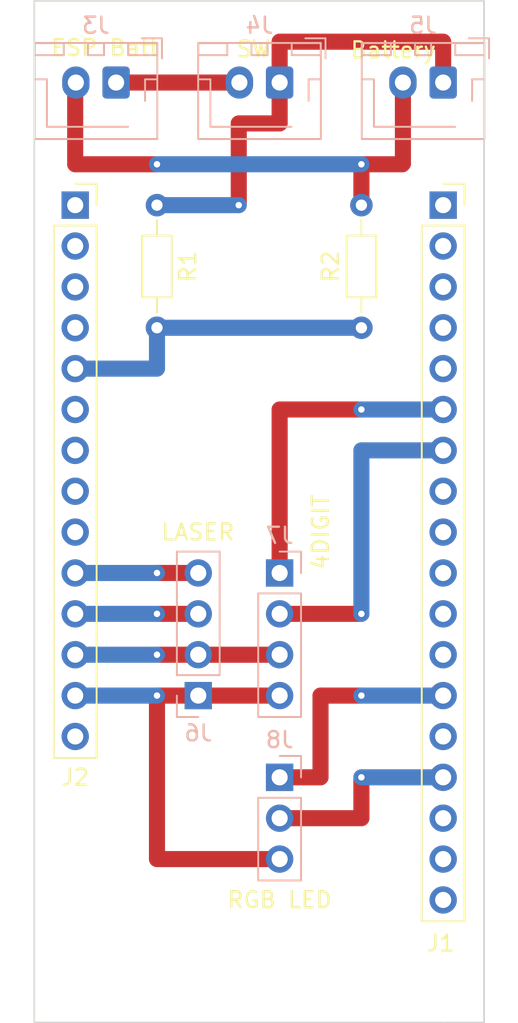
<source format=kicad_pcb>
(kicad_pcb (version 20211014) (generator pcbnew)
  (layers (0 "F.Cu" signal) (31 "B.Cu" mixed) (35 "F.Paste" user) (37 "F.SilkS" user "F.Silkscreen") (39 "F.Mask" user) (44 "Edge.Cuts" user))
  (net 0 "")
  (net 13 "Net-(J4-Pad1)")
  (net 14 "GND")
  (net 15 "Net-(J3-Pad1)")
  (net 18 "Net-(J2-Pad11)")
  (net 19 "Net-(J2-Pad12)")
  (net 20 "Net-(J2-Pad13)")
  (net 23 "Net-(J2-Pad10)")
  (net 24 "Net-(J1-Pad7)")
  (net 28 "Net-(J1-Pad6)")
  (net 30 "Net-(J1-Pad15)")
  (net 33 "Net-(J1-Pad13)")
  (net 34 "Net-(R1-Pad2)")
  (footprint "Resistor_THT:R_Axial_DIN0204_L3.6mm_D1.6mm_P7.62mm_Horizontal" (layer "F.Cu") (at 116.84 60.96 -90)
    (fp_text reference "R1" (at 3.81 -1.92 90) (layer "F.SilkS"))
    (fp_text value "22k")
    (fp_line (start 5.73 -0.92) (end 1.89 -0.92) (layer "F.SilkS") (width 0.12))
    (fp_line (start 6.68 0) (end 5.73 0) (layer "F.SilkS") (width 0.12))
    (fp_line (start 1.89 0.92) (end 5.73 0.92) (layer "F.SilkS") (width 0.12))
    (fp_line (start 1.89 -0.92) (end 1.89 0.92) (layer "F.SilkS") (width 0.12))
    (fp_line (start 5.73 0.92) (end 5.73 -0.92) (layer "F.SilkS") (width 0.12))
    (fp_line (start 0.94 0) (end 1.89 0) (layer "F.SilkS") (width 0.12))
    (pad "1" thru_hole circle (at 0 0 270) (size 1.4 1.4) (drill 0.7) (layers *.Cu *.Mask) (net 13 "Net-(J4-Pad1)"))
    (pad "2" thru_hole oval (at 7.62 0 270) (size 1.4 1.4) (drill 0.7) (layers *.Cu *.Mask) (net 34 "Net-(R1-Pad2)"))
  )
  (footprint "Connector_PinSocket_2.54mm:PinSocket_1x18_P2.54mm_Vertical" (layer "F.Cu") (at 134.62 60.96)
    (fp_text reference "J1" (at -0.150109 45.870148) (layer "F.SilkS"))
    (fp_text value "Conn_01x18")
    (fp_line (start -1.33 44.51) (end 1.33 44.51) (layer "F.SilkS") (width 0.12))
    (fp_line (start -1.33 1.27) (end -1.33 44.51) (layer "F.SilkS") (width 0.12))
    (fp_line (start 1.33 -1.33) (end 1.33 0) (layer "F.SilkS") (width 0.12))
    (fp_line (start 0 -1.33) (end 1.33 -1.33) (layer "F.SilkS") (width 0.12))
    (fp_line (start -1.33 1.27) (end 1.33 1.27) (layer "F.SilkS") (width 0.12))
    (fp_line (start 1.33 1.27) (end 1.33 44.51) (layer "F.SilkS") (width 0.12))
    (pad "1" thru_hole rect (at 0 0) (size 1.7 1.7) (drill 1) (layers *.Cu *.Mask))
    (pad "2" thru_hole oval (at 0 2.54) (size 1.7 1.7) (drill 1) (layers *.Cu *.Mask))
    (pad "3" thru_hole oval (at 0 5.08) (size 1.7 1.7) (drill 1) (layers *.Cu *.Mask))
    (pad "4" thru_hole oval (at 0 7.62) (size 1.7 1.7) (drill 1) (layers *.Cu *.Mask))
    (pad "5" thru_hole oval (at 0 10.16) (size 1.7 1.7) (drill 1) (layers *.Cu *.Mask))
    (pad "6" thru_hole oval (at 0 12.7) (size 1.7 1.7) (drill 1) (layers *.Cu *.Mask) (net 28 "Net-(J1-Pad6)"))
    (pad "7" thru_hole oval (at 0 15.24) (size 1.7 1.7) (drill 1) (layers *.Cu *.Mask) (net 24 "Net-(J1-Pad7)"))
    (pad "8" thru_hole oval (at 0 17.78) (size 1.7 1.7) (drill 1) (layers *.Cu *.Mask))
    (pad "9" thru_hole oval (at 0 20.32) (size 1.7 1.7) (drill 1) (layers *.Cu *.Mask))
    (pad "10" thru_hole oval (at 0 22.86) (size 1.7 1.7) (drill 1) (layers *.Cu *.Mask))
    (pad "11" thru_hole oval (at 0 25.4) (size 1.7 1.7) (drill 1) (layers *.Cu *.Mask))
    (pad "12" thru_hole oval (at 0 27.94) (size 1.7 1.7) (drill 1) (layers *.Cu *.Mask))
    (pad "13" thru_hole oval (at 0 30.48) (size 1.7 1.7) (drill 1) (layers *.Cu *.Mask) (net 33 "Net-(J1-Pad13)"))
    (pad "14" thru_hole oval (at 0 33.02) (size 1.7 1.7) (drill 1) (layers *.Cu *.Mask))
    (pad "15" thru_hole oval (at 0 35.56) (size 1.7 1.7) (drill 1) (layers *.Cu *.Mask) (net 30 "Net-(J1-Pad15)"))
    (pad "16" thru_hole oval (at 0 38.1) (size 1.7 1.7) (drill 1) (layers *.Cu *.Mask))
    (pad "17" thru_hole oval (at 0 40.64) (size 1.7 1.7) (drill 1) (layers *.Cu *.Mask))
    (pad "18" thru_hole oval (at 0 43.18) (size 1.7 1.7) (drill 1) (layers *.Cu *.Mask))
  )
  (footprint "Connector_PinSocket_2.54mm:PinSocket_1x14_P2.54mm_Vertical" (layer "F.Cu") (at 111.76 60.96)
    (fp_text reference "J2" (at 0 35.56) (layer "F.SilkS"))
    (fp_text value "Conn_01x14")
    (fp_line (start 0 -1.33) (end 1.33 -1.33) (layer "F.SilkS") (width 0.12))
    (fp_line (start -1.33 34.35) (end 1.33 34.35) (layer "F.SilkS") (width 0.12))
    (fp_line (start -1.33 1.27) (end -1.33 34.35) (layer "F.SilkS") (width 0.12))
    (fp_line (start 1.33 -1.33) (end 1.33 0) (layer "F.SilkS") (width 0.12))
    (fp_line (start 1.33 1.27) (end 1.33 34.35) (layer "F.SilkS") (width 0.12))
    (fp_line (start -1.33 1.27) (end 1.33 1.27) (layer "F.SilkS") (width 0.12))
    (pad "1" thru_hole rect (at 0 0) (size 1.7 1.7) (drill 1) (layers *.Cu *.Mask))
    (pad "2" thru_hole oval (at 0 2.54) (size 1.7 1.7) (drill 1) (layers *.Cu *.Mask))
    (pad "3" thru_hole oval (at 0 5.08) (size 1.7 1.7) (drill 1) (layers *.Cu *.Mask))
    (pad "4" thru_hole oval (at 0 7.62) (size 1.7 1.7) (drill 1) (layers *.Cu *.Mask))
    (pad "5" thru_hole oval (at 0 10.16) (size 1.7 1.7) (drill 1) (layers *.Cu *.Mask) (net 34 "Net-(R1-Pad2)"))
    (pad "6" thru_hole oval (at 0 12.7) (size 1.7 1.7) (drill 1) (layers *.Cu *.Mask))
    (pad "7" thru_hole oval (at 0 15.24) (size 1.7 1.7) (drill 1) (layers *.Cu *.Mask))
    (pad "8" thru_hole oval (at 0 17.78) (size 1.7 1.7) (drill 1) (layers *.Cu *.Mask))
    (pad "9" thru_hole oval (at 0 20.32) (size 1.7 1.7) (drill 1) (layers *.Cu *.Mask))
    (pad "10" thru_hole oval (at 0 22.86) (size 1.7 1.7) (drill 1) (layers *.Cu *.Mask) (net 23 "Net-(J2-Pad10)"))
    (pad "11" thru_hole oval (at 0 25.4) (size 1.7 1.7) (drill 1) (layers *.Cu *.Mask) (net 18 "Net-(J2-Pad11)"))
    (pad "12" thru_hole oval (at 0 27.94) (size 1.7 1.7) (drill 1) (layers *.Cu *.Mask) (net 19 "Net-(J2-Pad12)"))
    (pad "13" thru_hole oval (at 0 30.48) (size 1.7 1.7) (drill 1) (layers *.Cu *.Mask) (net 20 "Net-(J2-Pad13)"))
    (pad "14" thru_hole oval (at 0 33.02) (size 1.7 1.7) (drill 1) (layers *.Cu *.Mask))
  )
  (footprint "Resistor_THT:R_Axial_DIN0204_L3.6mm_D1.6mm_P7.62mm_Horizontal" (layer "F.Cu") (at 129.54 68.58 90)
    (fp_text reference "R2" (at 3.81 -1.92 90) (layer "F.SilkS"))
    (fp_text value "22k")
    (fp_line (start 5.73 -0.92) (end 1.89 -0.92) (layer "F.SilkS") (width 0.12))
    (fp_line (start 1.89 -0.92) (end 1.89 0.92) (layer "F.SilkS") (width 0.12))
    (fp_line (start 0.94 0) (end 1.89 0) (layer "F.SilkS") (width 0.12))
    (fp_line (start 5.73 0.92) (end 5.73 -0.92) (layer "F.SilkS") (width 0.12))
    (fp_line (start 1.89 0.92) (end 5.73 0.92) (layer "F.SilkS") (width 0.12))
    (fp_line (start 6.68 0) (end 5.73 0) (layer "F.SilkS") (width 0.12))
    (pad "1" thru_hole circle (at 0 0 90) (size 1.4 1.4) (drill 0.7) (layers *.Cu *.Mask) (net 34 "Net-(R1-Pad2)"))
    (pad "2" thru_hole oval (at 7.62 0 90) (size 1.4 1.4) (drill 0.7) (layers *.Cu *.Mask) (net 14 "GND"))
  )
  (footprint "Connector_PinHeader_2.54mm:PinHeader_1x04_P2.54mm_Vertical" (layer "B.Cu") (at 124.46 83.82 180)
    (fp_text reference "J7" (at 0 2.33) (layer "B.SilkS") (effects (justify mirror)))
    (fp_text value "Conn_01x04")
    (fp_line (start -1.33 0) (end -1.33 1.33) (layer "B.SilkS") (width 0.12))
    (fp_line (start -1.33 -8.95) (end 1.33 -8.95) (layer "B.SilkS") (width 0.12))
    (fp_line (start 1.33 -1.27) (end 1.33 -8.95) (layer "B.SilkS") (width 0.12))
    (fp_line (start -1.33 1.33) (end 0 1.33) (layer "B.SilkS") (width 0.12))
    (fp_line (start -1.33 -1.27) (end 1.33 -1.27) (layer "B.SilkS") (width 0.12))
    (fp_line (start -1.33 -1.27) (end -1.33 -8.95) (layer "B.SilkS") (width 0.12))
    (pad "1" thru_hole rect (at 0 0 180) (size 1.7 1.7) (drill 1) (layers *.Cu *.Mask) (net 28 "Net-(J1-Pad6)"))
    (pad "2" thru_hole oval (at 0 -2.54 180) (size 1.7 1.7) (drill 1) (layers *.Cu *.Mask) (net 24 "Net-(J1-Pad7)"))
    (pad "3" thru_hole oval (at 0 -5.08 180) (size 1.7 1.7) (drill 1) (layers *.Cu *.Mask) (net 19 "Net-(J2-Pad12)"))
    (pad "4" thru_hole oval (at 0 -7.62 180) (size 1.7 1.7) (drill 1) (layers *.Cu *.Mask) (net 20 "Net-(J2-Pad13)"))
  )
  (footprint "Connector_JST:JST_XH_B2B-XH-AM_1x02_P2.50mm_Vertical" (layer "B.Cu") (at 114.3 53.34 180)
    (fp_text reference "J3" (at 1.25 3.55) (layer "B.SilkS") (effects (justify mirror)))
    (fp_text value "Conn_01x02")
    (fp_line (start 3.25 1.7) (end 5.05 1.7) (layer "B.SilkS") (width 0.12))
    (fp_line (start 3.25 2.45) (end 3.25 1.7) (layer "B.SilkS") (width 0.12))
    (fp_line (start 0.75 2.45) (end 0.75 1.7) (layer "B.SilkS") (width 0.12))
    (fp_line (start -0.75 1.7) (end -0.75 2.45) (layer "B.SilkS") (width 0.12))
    (fp_line (start -1.6 2.75) (end -2.85 2.75) (layer "B.SilkS") (width 0.12))
    (fp_line (start 1.75 1.7) (end 1.75 2.45) (layer "B.SilkS") (width 0.12))
    (fp_line (start 5.06 -3.51) (end 5.06 2.46) (layer "B.SilkS") (width 0.12))
    (fp_line (start 5.06 2.46) (end -2.56 2.46) (layer "B.SilkS") (width 0.12))
    (fp_line (start -2.85 2.75) (end -2.85 1.5) (layer "B.SilkS") (width 0.12))
    (fp_line (start 5.05 0.2) (end 4.3 0.2) (layer "B.SilkS") (width 0.12))
    (fp_line (start -2.55 0.2) (end -1.8 0.2) (layer "B.SilkS") (width 0.12))
    (fp_line (start -0.75 2.45) (end -2.55 2.45) (layer "B.SilkS") (width 0.12))
    (fp_line (start 4.3 0.2) (end 4.3 -2.75) (layer "B.SilkS") (width 0.12))
    (fp_line (start 1.75 2.45) (end 0.75 2.45) (layer "B.SilkS") (width 0.12))
    (fp_line (start -2.56 2.46) (end -2.56 -3.51) (layer "B.SilkS") (width 0.12))
    (fp_line (start -2.55 2.45) (end -2.55 1.7) (layer "B.SilkS") (width 0.12))
    (fp_line (start -1.8 0.2) (end -1.8 -1.14) (layer "B.SilkS") (width 0.12))
    (fp_line (start -2.56 -3.51) (end 5.06 -3.51) (layer "B.SilkS") (width 0.12))
    (fp_line (start 4.3 -2.75) (end 1.25 -2.75) (layer "B.SilkS") (width 0.12))
    (fp_line (start 1.25 -2.75) (end -0.74 -2.75) (layer "B.SilkS") (width 0.12))
    (fp_line (start -2.55 1.7) (end -0.75 1.7) (layer "B.SilkS") (width 0.12))
    (fp_line (start 0.75 1.7) (end 1.75 1.7) (layer "B.SilkS") (width 0.12))
    (fp_line (start 5.05 2.45) (end 3.25 2.45) (layer "B.SilkS") (width 0.12))
    (fp_line (start 5.05 1.7) (end 5.05 2.45) (layer "B.SilkS") (width 0.12))
    (pad "" np_thru_hole circle (at -1.6 -2 180) (size 1.2 1.2) (drill 1.2) (layers *.Cu *.Mask))
    (pad "1" thru_hole roundrect (at 0 0 180) (size 1.7 2) (drill 1) (layers *.Cu *.Mask) (roundrect_rratio 0.147059) (net 15 "Net-(J3-Pad1)"))
    (pad "2" thru_hole oval (at 2.5 0 180) (size 1.7 2) (drill 1) (layers *.Cu *.Mask) (net 14 "GND"))
  )
  (footprint "Connector_PinHeader_2.54mm:PinHeader_1x04_P2.54mm_Vertical" (layer "B.Cu") (at 119.405 91.44)
    (fp_text reference "J6" (at 0 2.33 180) (layer "B.SilkS") (effects (justify mirror)))
    (fp_text value "Conn_01x04")
    (fp_line (start 1.33 -1.27) (end 1.33 -8.95) (layer "B.SilkS") (width 0.12))
    (fp_line (start -1.33 0) (end -1.33 1.33) (layer "B.SilkS") (width 0.12))
    (fp_line (start -1.33 -1.27) (end -1.33 -8.95) (layer "B.SilkS") (width 0.12))
    (fp_line (start -1.33 1.33) (end 0 1.33) (layer "B.SilkS") (width 0.12))
    (fp_line (start -1.33 -8.95) (end 1.33 -8.95) (layer "B.SilkS") (width 0.12))
    (fp_line (start -1.33 -1.27) (end 1.33 -1.27) (layer "B.SilkS") (width 0.12))
    (pad "1" thru_hole rect (at 0 0) (size 1.7 1.7) (drill 1) (layers *.Cu *.Mask) (net 20 "Net-(J2-Pad13)"))
    (pad "2" thru_hole oval (at 0 -2.54) (size 1.7 1.7) (drill 1) (layers *.Cu *.Mask) (net 19 "Net-(J2-Pad12)"))
    (pad "3" thru_hole oval (at 0 -5.08) (size 1.7 1.7) (drill 1) (layers *.Cu *.Mask) (net 18 "Net-(J2-Pad11)"))
    (pad "4" thru_hole oval (at 0 -7.62) (size 1.7 1.7) (drill 1) (layers *.Cu *.Mask) (net 23 "Net-(J2-Pad10)"))
  )
  (footprint "Connector_JST:JST_XH_B2B-XH-AM_1x02_P2.50mm_Vertical" (layer "B.Cu") (at 134.62 53.34 180)
    (fp_text reference "J5" (at 1.25 3.55) (layer "B.SilkS") (effects (justify mirror)))
    (fp_text value "Conn_01x02")
    (fp_line (start 5.06 -3.51) (end 5.06 2.46) (layer "B.SilkS") (width 0.12))
    (fp_line (start -2.85 2.75) (end -2.85 1.5) (layer "B.SilkS") (width 0.12))
    (fp_line (start -0.75 1.7) (end -0.75 2.45) (layer "B.SilkS") (width 0.12))
    (fp_line (start 4.3 0.2) (end 4.3 -2.75) (layer "B.SilkS") (width 0.12))
    (fp_line (start 1.25 -2.75) (end -0.74 -2.75) (layer "B.SilkS") (width 0.12))
    (fp_line (start -2.55 1.7) (end -0.75 1.7) (layer "B.SilkS") (width 0.12))
    (fp_line (start 3.25 2.45) (end 3.25 1.7) (layer "B.SilkS") (width 0.12))
    (fp_line (start 5.06 2.46) (end -2.56 2.46) (layer "B.SilkS") (width 0.12))
    (fp_line (start -2.55 2.45) (end -2.55 1.7) (layer "B.SilkS") (width 0.12))
    (fp_line (start 5.05 0.2) (end 4.3 0.2) (layer "B.SilkS") (width 0.12))
    (fp_line (start 0.75 1.7) (end 1.75 1.7) (layer "B.SilkS") (width 0.12))
    (fp_line (start -0.75 2.45) (end -2.55 2.45) (layer "B.SilkS") (width 0.12))
    (fp_line (start 1.75 1.7) (end 1.75 2.45) (layer "B.SilkS") (width 0.12))
    (fp_line (start -2.56 2.46) (end -2.56 -3.51) (layer "B.SilkS") (width 0.12))
    (fp_line (start 1.75 2.45) (end 0.75 2.45) (layer "B.SilkS") (width 0.12))
    (fp_line (start -2.56 -3.51) (end 5.06 -3.51) (layer "B.SilkS") (width 0.12))
    (fp_line (start -1.6 2.75) (end -2.85 2.75) (layer "B.SilkS") (width 0.12))
    (fp_line (start 5.05 1.7) (end 5.05 2.45) (layer "B.SilkS") (width 0.12))
    (fp_line (start -1.8 0.2) (end -1.8 -1.14) (layer "B.SilkS") (width 0.12))
    (fp_line (start -2.55 0.2) (end -1.8 0.2) (layer "B.SilkS") (width 0.12))
    (fp_line (start 0.75 2.45) (end 0.75 1.7) (layer "B.SilkS") (width 0.12))
    (fp_line (start 3.25 1.7) (end 5.05 1.7) (layer "B.SilkS") (width 0.12))
    (fp_line (start 4.3 -2.75) (end 1.25 -2.75) (layer "B.SilkS") (width 0.12))
    (fp_line (start 5.05 2.45) (end 3.25 2.45) (layer "B.SilkS") (width 0.12))
    (pad "" np_thru_hole circle (at -1.6 -2 180) (size 1.2 1.2) (drill 1.2) (layers *.Cu *.Mask))
    (pad "1" thru_hole roundrect (at 0 0 180) (size 1.7 2) (drill 1) (layers *.Cu *.Mask) (roundrect_rratio 0.147059) (net 13 "Net-(J4-Pad1)"))
    (pad "2" thru_hole oval (at 2.5 0 180) (size 1.7 2) (drill 1) (layers *.Cu *.Mask) (net 14 "GND"))
  )
  (footprint "Connector_PinHeader_2.54mm:PinHeader_1x03_P2.54mm_Vertical" (layer "B.Cu") (at 124.46 96.52 180)
    (fp_text reference "J8" (at 0 2.33) (layer "B.SilkS") (effects (justify mirror)))
    (fp_text value "Conn_01x03")
    (fp_line (start 1.33 -1.27) (end 1.33 -6.41) (layer "B.SilkS") (width 0.12))
    (fp_line (start -1.33 0) (end -1.33 1.33) (layer "B.SilkS") (width 0.12))
    (fp_line (start -1.33 -1.27) (end -1.33 -6.41) (layer "B.SilkS") (width 0.12))
    (fp_line (start -1.33 1.33) (end 0 1.33) (layer "B.SilkS") (width 0.12))
    (fp_line (start -1.33 -6.41) (end 1.33 -6.41) (layer "B.SilkS") (width 0.12))
    (fp_line (start -1.33 -1.27) (end 1.33 -1.27) (layer "B.SilkS") (width 0.12))
    (pad "1" thru_hole rect (at 0 0 180) (size 1.7 1.7) (drill 1) (layers *.Cu *.Mask) (net 33 "Net-(J1-Pad13)"))
    (pad "2" thru_hole oval (at 0 -2.54 180) (size 1.7 1.7) (drill 1) (layers *.Cu *.Mask) (net 30 "Net-(J1-Pad15)"))
    (pad "3" thru_hole oval (at 0 -5.08 180) (size 1.7 1.7) (drill 1) (layers *.Cu *.Mask) (net 20 "Net-(J2-Pad13)"))
  )
  (footprint "Connector_JST:JST_XH_B2B-XH-AM_1x02_P2.50mm_Vertical" (layer "B.Cu") (at 124.46 53.34 180)
    (fp_text reference "J4" (at 1.25 3.55) (layer "B.SilkS") (effects (justify mirror)))
    (fp_text value "Conn_01x02")
    (fp_line (start -2.56 2.46) (end -2.56 -3.51) (layer "B.SilkS") (width 0.12))
    (fp_line (start 3.25 1.7) (end 5.05 1.7) (layer "B.SilkS") (width 0.12))
    (fp_line (start -0.75 2.45) (end -2.55 2.45) (layer "B.SilkS") (width 0.12))
    (fp_line (start 0.75 2.45) (end 0.75 1.7) (layer "B.SilkS") (width 0.12))
    (fp_line (start 0.75 1.7) (end 1.75 1.7) (layer "B.SilkS") (width 0.12))
    (fp_line (start -2.56 -3.51) (end 5.06 -3.51) (layer "B.SilkS") (width 0.12))
    (fp_line (start 5.05 2.45) (end 3.25 2.45) (layer "B.SilkS") (width 0.12))
    (fp_line (start -2.55 1.7) (end -0.75 1.7) (layer "B.SilkS") (width 0.12))
    (fp_line (start -2.55 2.45) (end -2.55 1.7) (layer "B.SilkS") (width 0.12))
    (fp_line (start 5.05 0.2) (end 4.3 0.2) (layer "B.SilkS") (width 0.12))
    (fp_line (start -1.8 0.2) (end -1.8 -1.14) (layer "B.SilkS") (width 0.12))
    (fp_line (start 4.3 0.2) (end 4.3 -2.75) (layer "B.SilkS") (width 0.12))
    (fp_line (start 4.3 -2.75) (end 1.25 -2.75) (layer "B.SilkS") (width 0.12))
    (fp_line (start 1.75 2.45) (end 0.75 2.45) (layer "B.SilkS") (width 0.12))
    (fp_line (start -0.75 1.7) (end -0.75 2.45) (layer "B.SilkS") (width 0.12))
    (fp_line (start 1.25 -2.75) (end -0.74 -2.75) (layer "B.SilkS") (width 0.12))
    (fp_line (start -2.55 0.2) (end -1.8 0.2) (layer "B.SilkS") (width 0.12))
    (fp_line (start 1.75 1.7) (end 1.75 2.45) (layer "B.SilkS") (width 0.12))
    (fp_line (start 3.25 2.45) (end 3.25 1.7) (layer "B.SilkS") (width 0.12))
    (fp_line (start 5.05 1.7) (end 5.05 2.45) (layer "B.SilkS") (width 0.12))
    (fp_line (start -2.85 2.75) (end -2.85 1.5) (layer "B.SilkS") (width 0.12))
    (fp_line (start 5.06 2.46) (end -2.56 2.46) (layer "B.SilkS") (width 0.12))
    (fp_line (start 5.06 -3.51) (end 5.06 2.46) (layer "B.SilkS") (width 0.12))
    (fp_line (start -1.6 2.75) (end -2.85 2.75) (layer "B.SilkS") (width 0.12))
    (pad "" np_thru_hole circle (at -1.6 -2 180) (size 1.2 1.2) (drill 1.2) (layers *.Cu *.Mask))
    (pad "1" thru_hole roundrect (at 0 0 180) (size 1.7 2) (drill 1) (layers *.Cu *.Mask) (roundrect_rratio 0.147059) (net 13 "Net-(J4-Pad1)"))
    (pad "2" thru_hole oval (at 2.5 0 180) (size 1.7 2) (drill 1) (layers *.Cu *.Mask) (net 15 "Net-(J3-Pad1)"))
  )
  (gr_line (start 134.62 48.26) (end 109.22 48.26) (layer "Edge.Cuts") (width 0.1))
  (gr_line (start 109.22 48.26) (end 109.22 111.76) (layer "Edge.Cuts") (width 0.1))
  (gr_line (start 109.22 111.76) (end 134.62 111.76) (layer "Edge.Cuts") (width 0.1))
  (gr_line (start 137.16 111.76) (end 137.16 48.26) (layer "Edge.Cuts") (width 0.1))
  (gr_line (start 134.62 111.76) (end 137.16 111.76) (layer "Edge.Cuts") (width 0.1))
  (gr_line (start 134.62 48.26) (end 137.16 48.26) (layer "Edge.Cuts") (width 0.1))
  (gr_text "LASER" (at 119.38 81.28) (layer "F.SilkS") (effects (font (size 1 1))))
  (gr_text "RGB LED" (at 124.46 104.14) (layer "F.SilkS") (effects (font (size 1 1))))
  (gr_text "4DIGIT" (at 127 81.28 90) (layer "F.SilkS") (effects (font (size 1 1))))
  (gr_text "SW" (at 122.826186 51.260819) (layer "F.SilkS") (effects (font (size 1 1))))
  (gr_text "ESP Batt" (at 113.6098 51.177033) (layer "F.SilkS") (effects (font (size 1 1))))
  (gr_text "Battery" (at 131.518913 51.323658) (layer "F.SilkS") (effects (font (size 1 1))))
  (segment (start 121.92 60.96) (end 121.92 55.88) (width 1) (layer "F.Cu") (net 13))
  (segment (start 134.62 50.8) (end 134.62 53.34) (width 1) (layer "F.Cu") (net 13))
  (segment (start 124.46 50.8) (end 134.62 50.8) (width 1) (layer "F.Cu") (net 13))
  (segment (start 124.46 53.34) (end 124.46 50.8) (width 1) (layer "F.Cu") (net 13))
  (segment (start 124.46 55.88) (end 124.46 53.34) (width 1) (layer "F.Cu") (net 13))
  (segment (start 121.92 55.88) (end 124.46 55.88) (width 1) (layer "F.Cu") (net 13))
  (via (at 121.92 60.96) (size 0.8) (drill 0.4) (layers "F.Cu" "B.Cu") (net 13))
  (segment (start 116.84 60.96) (end 121.92 60.96) (width 1) (layer "B.Cu") (net 13))
  (segment (start 129.54 58.42) (end 129.54 60.96) (width 1) (layer "F.Cu") (net 14))
  (segment (start 111.76 58.42) (end 116.84 58.42) (width 1) (layer "F.Cu") (net 14))
  (segment (start 132.12 53.34) (end 132.12 58.38) (width 1) (layer "F.Cu") (net 14))
  (segment (start 132.12 58.38) (end 132.08 58.42) (width 1) (layer "F.Cu") (net 14))
  (segment (start 132.08 58.42) (end 129.54 58.42) (width 1) (layer "F.Cu") (net 14))
  (segment (start 111.76 53.34) (end 111.76 58.42) (width 1) (layer "F.Cu") (net 14))
  (via (at 129.54 58.42) (size 0.8) (drill 0.4) (layers "F.Cu" "B.Cu") (net 14))
  (via (at 116.84 58.42) (size 0.8) (drill 0.4) (layers "F.Cu" "B.Cu") (net 14))
  (segment (start 116.84 58.42) (end 129.54 58.42) (width 1) (layer "B.Cu") (net 14))
  (segment (start 121.96 53.34) (end 114.3 53.34) (width 1) (layer "F.Cu") (net 15))
  (segment (start 116.84 86.36) (end 119.405 86.36) (width 1) (layer "F.Cu") (net 18))
  (via (at 116.84 86.36) (size 0.8) (drill 0.4) (layers "F.Cu" "B.Cu") (net 18))
  (segment (start 111.76 86.36) (end 116.84 86.36) (width 1) (layer "B.Cu") (net 18))
  (segment (start 119.38 88.9) (end 119.405 88.9) (width 1) (layer "F.Cu") (net 19))
  (segment (start 119.405 88.9) (end 124.46 88.9) (width 1) (layer "F.Cu") (net 19))
  (segment (start 116.84 88.9) (end 119.38 88.9) (width 1) (layer "F.Cu") (net 19))
  (via (at 116.84 88.9) (size 0.8) (drill 0.4) (layers "F.Cu" "B.Cu") (net 19))
  (segment (start 111.76 88.9) (end 116.84 88.9) (width 1) (layer "B.Cu") (net 19))
  (segment (start 116.84 101.6) (end 124.46 101.6) (width 1) (layer "F.Cu") (net 20))
  (segment (start 116.84 91.44) (end 119.405 91.44) (width 1) (layer "F.Cu") (net 20))
  (segment (start 119.38 91.465) (end 119.405 91.44) (width 1) (layer "F.Cu") (net 20))
  (segment (start 116.84 91.44) (end 116.84 101.6) (width 1) (layer "F.Cu") (net 20))
  (segment (start 119.405 91.44) (end 124.46 91.44) (width 1) (layer "F.Cu") (net 20))
  (via (at 116.84 91.44) (size 0.8) (drill 0.4) (layers "F.Cu" "B.Cu") (net 20))
  (segment (start 111.76 91.44) (end 116.84 91.44) (width 1) (layer "B.Cu") (net 20))
  (segment (start 116.84 83.82) (end 119.405 83.82) (width 1) (layer "F.Cu") (net 23))
  (via (at 116.84 83.82) (size 0.8) (drill 0.4) (layers "F.Cu" "B.Cu") (net 23))
  (segment (start 111.76 83.82) (end 116.84 83.82) (width 1) (layer "B.Cu") (net 23))
  (segment (start 124.46 86.36) (end 129.54 86.36) (width 1) (layer "F.Cu") (net 24))
  (via (at 129.54 86.36) (size 0.8) (drill 0.4) (layers "F.Cu" "B.Cu") (net 24))
  (segment (start 129.54 86.36) (end 129.54 76.2) (width 1) (layer "B.Cu") (net 24))
  (segment (start 129.54 76.2) (end 134.62 76.2) (width 1) (layer "B.Cu") (net 24))
  (segment (start 124.46 83.82) (end 124.46 73.66) (width 1) (layer "F.Cu") (net 28))
  (segment (start 124.46 73.66) (end 129.54 73.66) (width 1) (layer "F.Cu") (net 28))
  (via (at 129.54 73.66) (size 0.8) (drill 0.4) (layers "F.Cu" "B.Cu") (net 28))
  (segment (start 129.54 73.66) (end 134.62 73.66) (width 1) (layer "B.Cu") (net 28))
  (segment (start 129.54 99.06) (end 129.54 96.52) (width 1) (layer "F.Cu") (net 30))
  (segment (start 124.46 99.06) (end 129.54 99.06) (width 1) (layer "F.Cu") (net 30))
  (via (at 129.54 96.52) (size 0.8) (drill 0.4) (layers "F.Cu" "B.Cu") (net 30))
  (segment (start 129.54 96.52) (end 134.62 96.52) (width 1) (layer "B.Cu") (net 30))
  (segment (start 127 91.44) (end 129.54 91.44) (width 1) (layer "F.Cu") (net 33))
  (segment (start 124.46 96.52) (end 127 96.52) (width 1) (layer "F.Cu") (net 33))
  (segment (start 127 96.52) (end 127 91.44) (width 1) (layer "F.Cu") (net 33))
  (via (at 129.54 91.44) (size 0.8) (drill 0.4) (layers "F.Cu" "B.Cu") (net 33))
  (segment (start 129.54 91.44) (end 134.62 91.44) (width 1) (layer "B.Cu") (net 33))
  (segment (start 116.84 71.12) (end 116.84 68.58) (width 1) (layer "B.Cu") (net 34))
  (segment (start 111.76 71.12) (end 116.84 71.12) (width 1) (layer "B.Cu") (net 34))
  (segment (start 116.84 68.58) (end 129.54 68.58) (width 1) (layer "B.Cu") (net 34))
)
</source>
